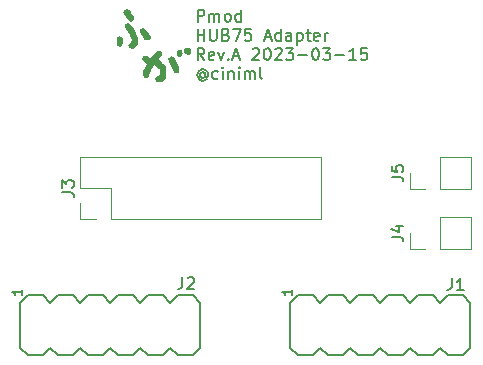
<source format=gto>
G04 #@! TF.GenerationSoftware,KiCad,Pcbnew,7.0.1*
G04 #@! TF.CreationDate,2023-03-15T08:41:10+09:00*
G04 #@! TF.ProjectId,Pmod_HUB75,506d6f64-5f48-4554-9237-352e6b696361,rev?*
G04 #@! TF.SameCoordinates,Original*
G04 #@! TF.FileFunction,Legend,Top*
G04 #@! TF.FilePolarity,Positive*
%FSLAX46Y46*%
G04 Gerber Fmt 4.6, Leading zero omitted, Abs format (unit mm)*
G04 Created by KiCad (PCBNEW 7.0.1) date 2023-03-15 08:41:10*
%MOMM*%
%LPD*%
G01*
G04 APERTURE LIST*
%ADD10C,0.150000*%
%ADD11C,0.010000*%
%ADD12C,0.120000*%
G04 APERTURE END LIST*
D10*
X-4061904Y-10032619D02*
X-4061904Y-9032619D01*
X-4061904Y-9032619D02*
X-3680952Y-9032619D01*
X-3680952Y-9032619D02*
X-3585714Y-9080238D01*
X-3585714Y-9080238D02*
X-3538095Y-9127857D01*
X-3538095Y-9127857D02*
X-3490476Y-9223095D01*
X-3490476Y-9223095D02*
X-3490476Y-9365952D01*
X-3490476Y-9365952D02*
X-3538095Y-9461190D01*
X-3538095Y-9461190D02*
X-3585714Y-9508809D01*
X-3585714Y-9508809D02*
X-3680952Y-9556428D01*
X-3680952Y-9556428D02*
X-4061904Y-9556428D01*
X-3061904Y-10032619D02*
X-3061904Y-9365952D01*
X-3061904Y-9461190D02*
X-3014285Y-9413571D01*
X-3014285Y-9413571D02*
X-2919047Y-9365952D01*
X-2919047Y-9365952D02*
X-2776190Y-9365952D01*
X-2776190Y-9365952D02*
X-2680952Y-9413571D01*
X-2680952Y-9413571D02*
X-2633333Y-9508809D01*
X-2633333Y-9508809D02*
X-2633333Y-10032619D01*
X-2633333Y-9508809D02*
X-2585714Y-9413571D01*
X-2585714Y-9413571D02*
X-2490476Y-9365952D01*
X-2490476Y-9365952D02*
X-2347619Y-9365952D01*
X-2347619Y-9365952D02*
X-2252380Y-9413571D01*
X-2252380Y-9413571D02*
X-2204761Y-9508809D01*
X-2204761Y-9508809D02*
X-2204761Y-10032619D01*
X-1585714Y-10032619D02*
X-1680952Y-9985000D01*
X-1680952Y-9985000D02*
X-1728571Y-9937380D01*
X-1728571Y-9937380D02*
X-1776190Y-9842142D01*
X-1776190Y-9842142D02*
X-1776190Y-9556428D01*
X-1776190Y-9556428D02*
X-1728571Y-9461190D01*
X-1728571Y-9461190D02*
X-1680952Y-9413571D01*
X-1680952Y-9413571D02*
X-1585714Y-9365952D01*
X-1585714Y-9365952D02*
X-1442857Y-9365952D01*
X-1442857Y-9365952D02*
X-1347619Y-9413571D01*
X-1347619Y-9413571D02*
X-1300000Y-9461190D01*
X-1300000Y-9461190D02*
X-1252381Y-9556428D01*
X-1252381Y-9556428D02*
X-1252381Y-9842142D01*
X-1252381Y-9842142D02*
X-1300000Y-9937380D01*
X-1300000Y-9937380D02*
X-1347619Y-9985000D01*
X-1347619Y-9985000D02*
X-1442857Y-10032619D01*
X-1442857Y-10032619D02*
X-1585714Y-10032619D01*
X-395238Y-10032619D02*
X-395238Y-9032619D01*
X-395238Y-9985000D02*
X-490476Y-10032619D01*
X-490476Y-10032619D02*
X-680952Y-10032619D01*
X-680952Y-10032619D02*
X-776190Y-9985000D01*
X-776190Y-9985000D02*
X-823809Y-9937380D01*
X-823809Y-9937380D02*
X-871428Y-9842142D01*
X-871428Y-9842142D02*
X-871428Y-9556428D01*
X-871428Y-9556428D02*
X-823809Y-9461190D01*
X-823809Y-9461190D02*
X-776190Y-9413571D01*
X-776190Y-9413571D02*
X-680952Y-9365952D01*
X-680952Y-9365952D02*
X-490476Y-9365952D01*
X-490476Y-9365952D02*
X-395238Y-9413571D01*
X-4061904Y-11652619D02*
X-4061904Y-10652619D01*
X-4061904Y-11128809D02*
X-3490476Y-11128809D01*
X-3490476Y-11652619D02*
X-3490476Y-10652619D01*
X-3014285Y-10652619D02*
X-3014285Y-11462142D01*
X-3014285Y-11462142D02*
X-2966666Y-11557380D01*
X-2966666Y-11557380D02*
X-2919047Y-11605000D01*
X-2919047Y-11605000D02*
X-2823809Y-11652619D01*
X-2823809Y-11652619D02*
X-2633333Y-11652619D01*
X-2633333Y-11652619D02*
X-2538095Y-11605000D01*
X-2538095Y-11605000D02*
X-2490476Y-11557380D01*
X-2490476Y-11557380D02*
X-2442857Y-11462142D01*
X-2442857Y-11462142D02*
X-2442857Y-10652619D01*
X-1633333Y-11128809D02*
X-1490476Y-11176428D01*
X-1490476Y-11176428D02*
X-1442857Y-11224047D01*
X-1442857Y-11224047D02*
X-1395238Y-11319285D01*
X-1395238Y-11319285D02*
X-1395238Y-11462142D01*
X-1395238Y-11462142D02*
X-1442857Y-11557380D01*
X-1442857Y-11557380D02*
X-1490476Y-11605000D01*
X-1490476Y-11605000D02*
X-1585714Y-11652619D01*
X-1585714Y-11652619D02*
X-1966666Y-11652619D01*
X-1966666Y-11652619D02*
X-1966666Y-10652619D01*
X-1966666Y-10652619D02*
X-1633333Y-10652619D01*
X-1633333Y-10652619D02*
X-1538095Y-10700238D01*
X-1538095Y-10700238D02*
X-1490476Y-10747857D01*
X-1490476Y-10747857D02*
X-1442857Y-10843095D01*
X-1442857Y-10843095D02*
X-1442857Y-10938333D01*
X-1442857Y-10938333D02*
X-1490476Y-11033571D01*
X-1490476Y-11033571D02*
X-1538095Y-11081190D01*
X-1538095Y-11081190D02*
X-1633333Y-11128809D01*
X-1633333Y-11128809D02*
X-1966666Y-11128809D01*
X-1061904Y-10652619D02*
X-395238Y-10652619D01*
X-395238Y-10652619D02*
X-823809Y-11652619D01*
X461904Y-10652619D02*
X-14285Y-10652619D01*
X-14285Y-10652619D02*
X-61904Y-11128809D01*
X-61904Y-11128809D02*
X-14285Y-11081190D01*
X-14285Y-11081190D02*
X80952Y-11033571D01*
X80952Y-11033571D02*
X319047Y-11033571D01*
X319047Y-11033571D02*
X414285Y-11081190D01*
X414285Y-11081190D02*
X461904Y-11128809D01*
X461904Y-11128809D02*
X509523Y-11224047D01*
X509523Y-11224047D02*
X509523Y-11462142D01*
X509523Y-11462142D02*
X461904Y-11557380D01*
X461904Y-11557380D02*
X414285Y-11605000D01*
X414285Y-11605000D02*
X319047Y-11652619D01*
X319047Y-11652619D02*
X80952Y-11652619D01*
X80952Y-11652619D02*
X-14285Y-11605000D01*
X-14285Y-11605000D02*
X-61904Y-11557380D01*
X1652381Y-11366904D02*
X2128571Y-11366904D01*
X1557143Y-11652619D02*
X1890476Y-10652619D01*
X1890476Y-10652619D02*
X2223809Y-11652619D01*
X2985714Y-11652619D02*
X2985714Y-10652619D01*
X2985714Y-11605000D02*
X2890476Y-11652619D01*
X2890476Y-11652619D02*
X2700000Y-11652619D01*
X2700000Y-11652619D02*
X2604762Y-11605000D01*
X2604762Y-11605000D02*
X2557143Y-11557380D01*
X2557143Y-11557380D02*
X2509524Y-11462142D01*
X2509524Y-11462142D02*
X2509524Y-11176428D01*
X2509524Y-11176428D02*
X2557143Y-11081190D01*
X2557143Y-11081190D02*
X2604762Y-11033571D01*
X2604762Y-11033571D02*
X2700000Y-10985952D01*
X2700000Y-10985952D02*
X2890476Y-10985952D01*
X2890476Y-10985952D02*
X2985714Y-11033571D01*
X3890476Y-11652619D02*
X3890476Y-11128809D01*
X3890476Y-11128809D02*
X3842857Y-11033571D01*
X3842857Y-11033571D02*
X3747619Y-10985952D01*
X3747619Y-10985952D02*
X3557143Y-10985952D01*
X3557143Y-10985952D02*
X3461905Y-11033571D01*
X3890476Y-11605000D02*
X3795238Y-11652619D01*
X3795238Y-11652619D02*
X3557143Y-11652619D01*
X3557143Y-11652619D02*
X3461905Y-11605000D01*
X3461905Y-11605000D02*
X3414286Y-11509761D01*
X3414286Y-11509761D02*
X3414286Y-11414523D01*
X3414286Y-11414523D02*
X3461905Y-11319285D01*
X3461905Y-11319285D02*
X3557143Y-11271666D01*
X3557143Y-11271666D02*
X3795238Y-11271666D01*
X3795238Y-11271666D02*
X3890476Y-11224047D01*
X4366667Y-10985952D02*
X4366667Y-11985952D01*
X4366667Y-11033571D02*
X4461905Y-10985952D01*
X4461905Y-10985952D02*
X4652381Y-10985952D01*
X4652381Y-10985952D02*
X4747619Y-11033571D01*
X4747619Y-11033571D02*
X4795238Y-11081190D01*
X4795238Y-11081190D02*
X4842857Y-11176428D01*
X4842857Y-11176428D02*
X4842857Y-11462142D01*
X4842857Y-11462142D02*
X4795238Y-11557380D01*
X4795238Y-11557380D02*
X4747619Y-11605000D01*
X4747619Y-11605000D02*
X4652381Y-11652619D01*
X4652381Y-11652619D02*
X4461905Y-11652619D01*
X4461905Y-11652619D02*
X4366667Y-11605000D01*
X5128572Y-10985952D02*
X5509524Y-10985952D01*
X5271429Y-10652619D02*
X5271429Y-11509761D01*
X5271429Y-11509761D02*
X5319048Y-11605000D01*
X5319048Y-11605000D02*
X5414286Y-11652619D01*
X5414286Y-11652619D02*
X5509524Y-11652619D01*
X6223810Y-11605000D02*
X6128572Y-11652619D01*
X6128572Y-11652619D02*
X5938096Y-11652619D01*
X5938096Y-11652619D02*
X5842858Y-11605000D01*
X5842858Y-11605000D02*
X5795239Y-11509761D01*
X5795239Y-11509761D02*
X5795239Y-11128809D01*
X5795239Y-11128809D02*
X5842858Y-11033571D01*
X5842858Y-11033571D02*
X5938096Y-10985952D01*
X5938096Y-10985952D02*
X6128572Y-10985952D01*
X6128572Y-10985952D02*
X6223810Y-11033571D01*
X6223810Y-11033571D02*
X6271429Y-11128809D01*
X6271429Y-11128809D02*
X6271429Y-11224047D01*
X6271429Y-11224047D02*
X5795239Y-11319285D01*
X6700001Y-11652619D02*
X6700001Y-10985952D01*
X6700001Y-11176428D02*
X6747620Y-11081190D01*
X6747620Y-11081190D02*
X6795239Y-11033571D01*
X6795239Y-11033571D02*
X6890477Y-10985952D01*
X6890477Y-10985952D02*
X6985715Y-10985952D01*
X-3490476Y-13272619D02*
X-3823809Y-12796428D01*
X-4061904Y-13272619D02*
X-4061904Y-12272619D01*
X-4061904Y-12272619D02*
X-3680952Y-12272619D01*
X-3680952Y-12272619D02*
X-3585714Y-12320238D01*
X-3585714Y-12320238D02*
X-3538095Y-12367857D01*
X-3538095Y-12367857D02*
X-3490476Y-12463095D01*
X-3490476Y-12463095D02*
X-3490476Y-12605952D01*
X-3490476Y-12605952D02*
X-3538095Y-12701190D01*
X-3538095Y-12701190D02*
X-3585714Y-12748809D01*
X-3585714Y-12748809D02*
X-3680952Y-12796428D01*
X-3680952Y-12796428D02*
X-4061904Y-12796428D01*
X-2680952Y-13225000D02*
X-2776190Y-13272619D01*
X-2776190Y-13272619D02*
X-2966666Y-13272619D01*
X-2966666Y-13272619D02*
X-3061904Y-13225000D01*
X-3061904Y-13225000D02*
X-3109523Y-13129761D01*
X-3109523Y-13129761D02*
X-3109523Y-12748809D01*
X-3109523Y-12748809D02*
X-3061904Y-12653571D01*
X-3061904Y-12653571D02*
X-2966666Y-12605952D01*
X-2966666Y-12605952D02*
X-2776190Y-12605952D01*
X-2776190Y-12605952D02*
X-2680952Y-12653571D01*
X-2680952Y-12653571D02*
X-2633333Y-12748809D01*
X-2633333Y-12748809D02*
X-2633333Y-12844047D01*
X-2633333Y-12844047D02*
X-3109523Y-12939285D01*
X-2299999Y-12605952D02*
X-2061904Y-13272619D01*
X-2061904Y-13272619D02*
X-1823809Y-12605952D01*
X-1442856Y-13177380D02*
X-1395237Y-13225000D01*
X-1395237Y-13225000D02*
X-1442856Y-13272619D01*
X-1442856Y-13272619D02*
X-1490475Y-13225000D01*
X-1490475Y-13225000D02*
X-1442856Y-13177380D01*
X-1442856Y-13177380D02*
X-1442856Y-13272619D01*
X-1014285Y-12986904D02*
X-538095Y-12986904D01*
X-1109523Y-13272619D02*
X-776190Y-12272619D01*
X-776190Y-12272619D02*
X-442857Y-13272619D01*
X604762Y-12367857D02*
X652381Y-12320238D01*
X652381Y-12320238D02*
X747619Y-12272619D01*
X747619Y-12272619D02*
X985714Y-12272619D01*
X985714Y-12272619D02*
X1080952Y-12320238D01*
X1080952Y-12320238D02*
X1128571Y-12367857D01*
X1128571Y-12367857D02*
X1176190Y-12463095D01*
X1176190Y-12463095D02*
X1176190Y-12558333D01*
X1176190Y-12558333D02*
X1128571Y-12701190D01*
X1128571Y-12701190D02*
X557143Y-13272619D01*
X557143Y-13272619D02*
X1176190Y-13272619D01*
X1795238Y-12272619D02*
X1890476Y-12272619D01*
X1890476Y-12272619D02*
X1985714Y-12320238D01*
X1985714Y-12320238D02*
X2033333Y-12367857D01*
X2033333Y-12367857D02*
X2080952Y-12463095D01*
X2080952Y-12463095D02*
X2128571Y-12653571D01*
X2128571Y-12653571D02*
X2128571Y-12891666D01*
X2128571Y-12891666D02*
X2080952Y-13082142D01*
X2080952Y-13082142D02*
X2033333Y-13177380D01*
X2033333Y-13177380D02*
X1985714Y-13225000D01*
X1985714Y-13225000D02*
X1890476Y-13272619D01*
X1890476Y-13272619D02*
X1795238Y-13272619D01*
X1795238Y-13272619D02*
X1700000Y-13225000D01*
X1700000Y-13225000D02*
X1652381Y-13177380D01*
X1652381Y-13177380D02*
X1604762Y-13082142D01*
X1604762Y-13082142D02*
X1557143Y-12891666D01*
X1557143Y-12891666D02*
X1557143Y-12653571D01*
X1557143Y-12653571D02*
X1604762Y-12463095D01*
X1604762Y-12463095D02*
X1652381Y-12367857D01*
X1652381Y-12367857D02*
X1700000Y-12320238D01*
X1700000Y-12320238D02*
X1795238Y-12272619D01*
X2509524Y-12367857D02*
X2557143Y-12320238D01*
X2557143Y-12320238D02*
X2652381Y-12272619D01*
X2652381Y-12272619D02*
X2890476Y-12272619D01*
X2890476Y-12272619D02*
X2985714Y-12320238D01*
X2985714Y-12320238D02*
X3033333Y-12367857D01*
X3033333Y-12367857D02*
X3080952Y-12463095D01*
X3080952Y-12463095D02*
X3080952Y-12558333D01*
X3080952Y-12558333D02*
X3033333Y-12701190D01*
X3033333Y-12701190D02*
X2461905Y-13272619D01*
X2461905Y-13272619D02*
X3080952Y-13272619D01*
X3414286Y-12272619D02*
X4033333Y-12272619D01*
X4033333Y-12272619D02*
X3700000Y-12653571D01*
X3700000Y-12653571D02*
X3842857Y-12653571D01*
X3842857Y-12653571D02*
X3938095Y-12701190D01*
X3938095Y-12701190D02*
X3985714Y-12748809D01*
X3985714Y-12748809D02*
X4033333Y-12844047D01*
X4033333Y-12844047D02*
X4033333Y-13082142D01*
X4033333Y-13082142D02*
X3985714Y-13177380D01*
X3985714Y-13177380D02*
X3938095Y-13225000D01*
X3938095Y-13225000D02*
X3842857Y-13272619D01*
X3842857Y-13272619D02*
X3557143Y-13272619D01*
X3557143Y-13272619D02*
X3461905Y-13225000D01*
X3461905Y-13225000D02*
X3414286Y-13177380D01*
X4461905Y-12891666D02*
X5223810Y-12891666D01*
X5890476Y-12272619D02*
X5985714Y-12272619D01*
X5985714Y-12272619D02*
X6080952Y-12320238D01*
X6080952Y-12320238D02*
X6128571Y-12367857D01*
X6128571Y-12367857D02*
X6176190Y-12463095D01*
X6176190Y-12463095D02*
X6223809Y-12653571D01*
X6223809Y-12653571D02*
X6223809Y-12891666D01*
X6223809Y-12891666D02*
X6176190Y-13082142D01*
X6176190Y-13082142D02*
X6128571Y-13177380D01*
X6128571Y-13177380D02*
X6080952Y-13225000D01*
X6080952Y-13225000D02*
X5985714Y-13272619D01*
X5985714Y-13272619D02*
X5890476Y-13272619D01*
X5890476Y-13272619D02*
X5795238Y-13225000D01*
X5795238Y-13225000D02*
X5747619Y-13177380D01*
X5747619Y-13177380D02*
X5700000Y-13082142D01*
X5700000Y-13082142D02*
X5652381Y-12891666D01*
X5652381Y-12891666D02*
X5652381Y-12653571D01*
X5652381Y-12653571D02*
X5700000Y-12463095D01*
X5700000Y-12463095D02*
X5747619Y-12367857D01*
X5747619Y-12367857D02*
X5795238Y-12320238D01*
X5795238Y-12320238D02*
X5890476Y-12272619D01*
X6557143Y-12272619D02*
X7176190Y-12272619D01*
X7176190Y-12272619D02*
X6842857Y-12653571D01*
X6842857Y-12653571D02*
X6985714Y-12653571D01*
X6985714Y-12653571D02*
X7080952Y-12701190D01*
X7080952Y-12701190D02*
X7128571Y-12748809D01*
X7128571Y-12748809D02*
X7176190Y-12844047D01*
X7176190Y-12844047D02*
X7176190Y-13082142D01*
X7176190Y-13082142D02*
X7128571Y-13177380D01*
X7128571Y-13177380D02*
X7080952Y-13225000D01*
X7080952Y-13225000D02*
X6985714Y-13272619D01*
X6985714Y-13272619D02*
X6700000Y-13272619D01*
X6700000Y-13272619D02*
X6604762Y-13225000D01*
X6604762Y-13225000D02*
X6557143Y-13177380D01*
X7604762Y-12891666D02*
X8366667Y-12891666D01*
X9366666Y-13272619D02*
X8795238Y-13272619D01*
X9080952Y-13272619D02*
X9080952Y-12272619D01*
X9080952Y-12272619D02*
X8985714Y-12415476D01*
X8985714Y-12415476D02*
X8890476Y-12510714D01*
X8890476Y-12510714D02*
X8795238Y-12558333D01*
X10271428Y-12272619D02*
X9795238Y-12272619D01*
X9795238Y-12272619D02*
X9747619Y-12748809D01*
X9747619Y-12748809D02*
X9795238Y-12701190D01*
X9795238Y-12701190D02*
X9890476Y-12653571D01*
X9890476Y-12653571D02*
X10128571Y-12653571D01*
X10128571Y-12653571D02*
X10223809Y-12701190D01*
X10223809Y-12701190D02*
X10271428Y-12748809D01*
X10271428Y-12748809D02*
X10319047Y-12844047D01*
X10319047Y-12844047D02*
X10319047Y-13082142D01*
X10319047Y-13082142D02*
X10271428Y-13177380D01*
X10271428Y-13177380D02*
X10223809Y-13225000D01*
X10223809Y-13225000D02*
X10128571Y-13272619D01*
X10128571Y-13272619D02*
X9890476Y-13272619D01*
X9890476Y-13272619D02*
X9795238Y-13225000D01*
X9795238Y-13225000D02*
X9747619Y-13177380D01*
X-3442857Y-14416428D02*
X-3490476Y-14368809D01*
X-3490476Y-14368809D02*
X-3585714Y-14321190D01*
X-3585714Y-14321190D02*
X-3680952Y-14321190D01*
X-3680952Y-14321190D02*
X-3776190Y-14368809D01*
X-3776190Y-14368809D02*
X-3823809Y-14416428D01*
X-3823809Y-14416428D02*
X-3871428Y-14511666D01*
X-3871428Y-14511666D02*
X-3871428Y-14606904D01*
X-3871428Y-14606904D02*
X-3823809Y-14702142D01*
X-3823809Y-14702142D02*
X-3776190Y-14749761D01*
X-3776190Y-14749761D02*
X-3680952Y-14797380D01*
X-3680952Y-14797380D02*
X-3585714Y-14797380D01*
X-3585714Y-14797380D02*
X-3490476Y-14749761D01*
X-3490476Y-14749761D02*
X-3442857Y-14702142D01*
X-3442857Y-14321190D02*
X-3442857Y-14702142D01*
X-3442857Y-14702142D02*
X-3395238Y-14749761D01*
X-3395238Y-14749761D02*
X-3347619Y-14749761D01*
X-3347619Y-14749761D02*
X-3252380Y-14702142D01*
X-3252380Y-14702142D02*
X-3204761Y-14606904D01*
X-3204761Y-14606904D02*
X-3204761Y-14368809D01*
X-3204761Y-14368809D02*
X-3300000Y-14225952D01*
X-3300000Y-14225952D02*
X-3442857Y-14130714D01*
X-3442857Y-14130714D02*
X-3633333Y-14083095D01*
X-3633333Y-14083095D02*
X-3823809Y-14130714D01*
X-3823809Y-14130714D02*
X-3966666Y-14225952D01*
X-3966666Y-14225952D02*
X-4061904Y-14368809D01*
X-4061904Y-14368809D02*
X-4109523Y-14559285D01*
X-4109523Y-14559285D02*
X-4061904Y-14749761D01*
X-4061904Y-14749761D02*
X-3966666Y-14892619D01*
X-3966666Y-14892619D02*
X-3823809Y-14987857D01*
X-3823809Y-14987857D02*
X-3633333Y-15035476D01*
X-3633333Y-15035476D02*
X-3442857Y-14987857D01*
X-3442857Y-14987857D02*
X-3300000Y-14892619D01*
X-2347619Y-14845000D02*
X-2442857Y-14892619D01*
X-2442857Y-14892619D02*
X-2633333Y-14892619D01*
X-2633333Y-14892619D02*
X-2728571Y-14845000D01*
X-2728571Y-14845000D02*
X-2776190Y-14797380D01*
X-2776190Y-14797380D02*
X-2823809Y-14702142D01*
X-2823809Y-14702142D02*
X-2823809Y-14416428D01*
X-2823809Y-14416428D02*
X-2776190Y-14321190D01*
X-2776190Y-14321190D02*
X-2728571Y-14273571D01*
X-2728571Y-14273571D02*
X-2633333Y-14225952D01*
X-2633333Y-14225952D02*
X-2442857Y-14225952D01*
X-2442857Y-14225952D02*
X-2347619Y-14273571D01*
X-1919047Y-14892619D02*
X-1919047Y-14225952D01*
X-1919047Y-13892619D02*
X-1966666Y-13940238D01*
X-1966666Y-13940238D02*
X-1919047Y-13987857D01*
X-1919047Y-13987857D02*
X-1871428Y-13940238D01*
X-1871428Y-13940238D02*
X-1919047Y-13892619D01*
X-1919047Y-13892619D02*
X-1919047Y-13987857D01*
X-1442857Y-14225952D02*
X-1442857Y-14892619D01*
X-1442857Y-14321190D02*
X-1395238Y-14273571D01*
X-1395238Y-14273571D02*
X-1300000Y-14225952D01*
X-1300000Y-14225952D02*
X-1157143Y-14225952D01*
X-1157143Y-14225952D02*
X-1061905Y-14273571D01*
X-1061905Y-14273571D02*
X-1014286Y-14368809D01*
X-1014286Y-14368809D02*
X-1014286Y-14892619D01*
X-538095Y-14892619D02*
X-538095Y-14225952D01*
X-538095Y-13892619D02*
X-585714Y-13940238D01*
X-585714Y-13940238D02*
X-538095Y-13987857D01*
X-538095Y-13987857D02*
X-490476Y-13940238D01*
X-490476Y-13940238D02*
X-538095Y-13892619D01*
X-538095Y-13892619D02*
X-538095Y-13987857D01*
X-61905Y-14892619D02*
X-61905Y-14225952D01*
X-61905Y-14321190D02*
X-14286Y-14273571D01*
X-14286Y-14273571D02*
X80951Y-14225952D01*
X80951Y-14225952D02*
X223808Y-14225952D01*
X223808Y-14225952D02*
X319046Y-14273571D01*
X319046Y-14273571D02*
X366665Y-14368809D01*
X366665Y-14368809D02*
X366665Y-14892619D01*
X366665Y-14368809D02*
X414284Y-14273571D01*
X414284Y-14273571D02*
X509522Y-14225952D01*
X509522Y-14225952D02*
X652379Y-14225952D01*
X652379Y-14225952D02*
X747618Y-14273571D01*
X747618Y-14273571D02*
X795237Y-14368809D01*
X795237Y-14368809D02*
X795237Y-14892619D01*
X1414284Y-14892619D02*
X1319046Y-14845000D01*
X1319046Y-14845000D02*
X1271427Y-14749761D01*
X1271427Y-14749761D02*
X1271427Y-13892619D01*
G04 #@! TO.C,J1*
X17466666Y-31762619D02*
X17466666Y-32476904D01*
X17466666Y-32476904D02*
X17419047Y-32619761D01*
X17419047Y-32619761D02*
X17323809Y-32715000D01*
X17323809Y-32715000D02*
X17180952Y-32762619D01*
X17180952Y-32762619D02*
X17085714Y-32762619D01*
X18466666Y-32762619D02*
X17895238Y-32762619D01*
X18180952Y-32762619D02*
X18180952Y-31762619D01*
X18180952Y-31762619D02*
X18085714Y-31905476D01*
X18085714Y-31905476D02*
X17990476Y-32000714D01*
X17990476Y-32000714D02*
X17895238Y-32048333D01*
X3926095Y-32737428D02*
X3926095Y-33194571D01*
X3926095Y-32965999D02*
X3126095Y-32965999D01*
X3126095Y-32965999D02*
X3240380Y-33042190D01*
X3240380Y-33042190D02*
X3316571Y-33118380D01*
X3316571Y-33118380D02*
X3354666Y-33194571D01*
G04 #@! TO.C,J5*
X12372619Y-23193333D02*
X13086904Y-23193333D01*
X13086904Y-23193333D02*
X13229761Y-23240952D01*
X13229761Y-23240952D02*
X13325000Y-23336190D01*
X13325000Y-23336190D02*
X13372619Y-23479047D01*
X13372619Y-23479047D02*
X13372619Y-23574285D01*
X12372619Y-22240952D02*
X12372619Y-22717142D01*
X12372619Y-22717142D02*
X12848809Y-22764761D01*
X12848809Y-22764761D02*
X12801190Y-22717142D01*
X12801190Y-22717142D02*
X12753571Y-22621904D01*
X12753571Y-22621904D02*
X12753571Y-22383809D01*
X12753571Y-22383809D02*
X12801190Y-22288571D01*
X12801190Y-22288571D02*
X12848809Y-22240952D01*
X12848809Y-22240952D02*
X12944047Y-22193333D01*
X12944047Y-22193333D02*
X13182142Y-22193333D01*
X13182142Y-22193333D02*
X13277380Y-22240952D01*
X13277380Y-22240952D02*
X13325000Y-22288571D01*
X13325000Y-22288571D02*
X13372619Y-22383809D01*
X13372619Y-22383809D02*
X13372619Y-22621904D01*
X13372619Y-22621904D02*
X13325000Y-22717142D01*
X13325000Y-22717142D02*
X13277380Y-22764761D01*
G04 #@! TO.C,J3*
X-15552380Y-24468333D02*
X-14838095Y-24468333D01*
X-14838095Y-24468333D02*
X-14695238Y-24515952D01*
X-14695238Y-24515952D02*
X-14600000Y-24611190D01*
X-14600000Y-24611190D02*
X-14552380Y-24754047D01*
X-14552380Y-24754047D02*
X-14552380Y-24849285D01*
X-15552380Y-24087380D02*
X-15552380Y-23468333D01*
X-15552380Y-23468333D02*
X-15171428Y-23801666D01*
X-15171428Y-23801666D02*
X-15171428Y-23658809D01*
X-15171428Y-23658809D02*
X-15123809Y-23563571D01*
X-15123809Y-23563571D02*
X-15076190Y-23515952D01*
X-15076190Y-23515952D02*
X-14980952Y-23468333D01*
X-14980952Y-23468333D02*
X-14742857Y-23468333D01*
X-14742857Y-23468333D02*
X-14647619Y-23515952D01*
X-14647619Y-23515952D02*
X-14600000Y-23563571D01*
X-14600000Y-23563571D02*
X-14552380Y-23658809D01*
X-14552380Y-23658809D02*
X-14552380Y-23944523D01*
X-14552380Y-23944523D02*
X-14600000Y-24039761D01*
X-14600000Y-24039761D02*
X-14647619Y-24087380D01*
G04 #@! TO.C,J2*
X-5333333Y-31662619D02*
X-5333333Y-32376904D01*
X-5333333Y-32376904D02*
X-5380952Y-32519761D01*
X-5380952Y-32519761D02*
X-5476190Y-32615000D01*
X-5476190Y-32615000D02*
X-5619047Y-32662619D01*
X-5619047Y-32662619D02*
X-5714285Y-32662619D01*
X-4904761Y-31757857D02*
X-4857142Y-31710238D01*
X-4857142Y-31710238D02*
X-4761904Y-31662619D01*
X-4761904Y-31662619D02*
X-4523809Y-31662619D01*
X-4523809Y-31662619D02*
X-4428571Y-31710238D01*
X-4428571Y-31710238D02*
X-4380952Y-31757857D01*
X-4380952Y-31757857D02*
X-4333333Y-31853095D01*
X-4333333Y-31853095D02*
X-4333333Y-31948333D01*
X-4333333Y-31948333D02*
X-4380952Y-32091190D01*
X-4380952Y-32091190D02*
X-4952380Y-32662619D01*
X-4952380Y-32662619D02*
X-4333333Y-32662619D01*
X-18933904Y-32737428D02*
X-18933904Y-33194571D01*
X-18933904Y-32965999D02*
X-19733904Y-32965999D01*
X-19733904Y-32965999D02*
X-19619619Y-33042190D01*
X-19619619Y-33042190D02*
X-19543428Y-33118380D01*
X-19543428Y-33118380D02*
X-19505333Y-33194571D01*
G04 #@! TO.C,J4*
X12372619Y-28273333D02*
X13086904Y-28273333D01*
X13086904Y-28273333D02*
X13229761Y-28320952D01*
X13229761Y-28320952D02*
X13325000Y-28416190D01*
X13325000Y-28416190D02*
X13372619Y-28559047D01*
X13372619Y-28559047D02*
X13372619Y-28654285D01*
X12705952Y-27368571D02*
X13372619Y-27368571D01*
X12325000Y-27606666D02*
X13039285Y-27844761D01*
X13039285Y-27844761D02*
X13039285Y-27225714D01*
G04 #@! TO.C,LOGO1*
D11*
X-7352792Y-12520011D02*
X-7256059Y-12557204D01*
X-7170990Y-12618331D01*
X-7137409Y-12658298D01*
X-7111205Y-12721283D01*
X-7119193Y-12787618D01*
X-7165163Y-12865844D01*
X-7252905Y-12964499D01*
X-7289449Y-13000828D01*
X-7360457Y-13073708D01*
X-7411808Y-13133387D01*
X-7433025Y-13167624D01*
X-7433111Y-13168675D01*
X-7414223Y-13197315D01*
X-7362084Y-13258262D01*
X-7283479Y-13344035D01*
X-7185192Y-13447153D01*
X-7120778Y-13513038D01*
X-6808446Y-13829605D01*
X-6817389Y-14310677D01*
X-6826333Y-14791748D01*
X-6952154Y-14919874D01*
X-7077974Y-15048000D01*
X-7309939Y-15048000D01*
X-7425933Y-15046697D01*
X-7500021Y-15040309D01*
X-7546722Y-15025118D01*
X-7580556Y-14997407D01*
X-7600396Y-14973639D01*
X-7641154Y-14908353D01*
X-7658865Y-14853292D01*
X-7658889Y-14851919D01*
X-7635417Y-14792835D01*
X-7575865Y-14726849D01*
X-7496525Y-14668103D01*
X-7413690Y-14630740D01*
X-7400396Y-14627525D01*
X-7322990Y-14597565D01*
X-7272920Y-14540010D01*
X-7246664Y-14446742D01*
X-7240699Y-14309646D01*
X-7242162Y-14262875D01*
X-7250961Y-14056305D01*
X-7465477Y-13846597D01*
X-7557984Y-13760060D01*
X-7639509Y-13690892D01*
X-7699687Y-13647488D01*
X-7724455Y-13636889D01*
X-7776710Y-13659181D01*
X-7840673Y-13715257D01*
X-7901829Y-13788921D01*
X-7945662Y-13863972D01*
X-7956246Y-13895550D01*
X-7982544Y-13964516D01*
X-8012037Y-14004085D01*
X-8046126Y-14051380D01*
X-8079514Y-14125844D01*
X-8084346Y-14140091D01*
X-8117948Y-14222499D01*
X-8156407Y-14287747D01*
X-8161131Y-14293510D01*
X-8189282Y-14348791D01*
X-8214590Y-14436932D01*
X-8226026Y-14500643D01*
X-8256510Y-14634255D01*
X-8307342Y-14718978D01*
X-8382645Y-14759983D01*
X-8437326Y-14765778D01*
X-8522908Y-14751953D01*
X-8583489Y-14706418D01*
X-8622188Y-14623080D01*
X-8642126Y-14495848D01*
X-8646666Y-14357124D01*
X-8644991Y-14229537D01*
X-8638456Y-14145551D01*
X-8624795Y-14092385D01*
X-8601745Y-14057255D01*
X-8591822Y-14047559D01*
X-8546242Y-13983759D01*
X-8518429Y-13909129D01*
X-8488433Y-13839394D01*
X-8431086Y-13754787D01*
X-8384068Y-13700506D01*
X-8317268Y-13625368D01*
X-8296073Y-13576029D01*
X-8323457Y-13541562D01*
X-8402397Y-13511037D01*
X-8438532Y-13500458D01*
X-8522070Y-13461320D01*
X-8612070Y-13395652D01*
X-8695162Y-13316465D01*
X-8757972Y-13236770D01*
X-8787129Y-13169575D01*
X-8787778Y-13160665D01*
X-8765085Y-13104551D01*
X-8708373Y-13039138D01*
X-8634689Y-12979169D01*
X-8561081Y-12939391D01*
X-8522623Y-12931334D01*
X-8459841Y-12946898D01*
X-8379113Y-12986073D01*
X-8347216Y-13006170D01*
X-8244067Y-13058734D01*
X-8137517Y-13084320D01*
X-8042631Y-13081988D01*
X-7974474Y-13050796D01*
X-7958311Y-13030464D01*
X-7915785Y-12970951D01*
X-7845734Y-12889896D01*
X-7758543Y-12797547D01*
X-7664597Y-12704156D01*
X-7574281Y-12619971D01*
X-7497981Y-12555244D01*
X-7446082Y-12520224D01*
X-7438461Y-12517390D01*
X-7352792Y-12520011D01*
G36*
X-7352792Y-12520011D02*
G01*
X-7256059Y-12557204D01*
X-7170990Y-12618331D01*
X-7137409Y-12658298D01*
X-7111205Y-12721283D01*
X-7119193Y-12787618D01*
X-7165163Y-12865844D01*
X-7252905Y-12964499D01*
X-7289449Y-13000828D01*
X-7360457Y-13073708D01*
X-7411808Y-13133387D01*
X-7433025Y-13167624D01*
X-7433111Y-13168675D01*
X-7414223Y-13197315D01*
X-7362084Y-13258262D01*
X-7283479Y-13344035D01*
X-7185192Y-13447153D01*
X-7120778Y-13513038D01*
X-6808446Y-13829605D01*
X-6817389Y-14310677D01*
X-6826333Y-14791748D01*
X-6952154Y-14919874D01*
X-7077974Y-15048000D01*
X-7309939Y-15048000D01*
X-7425933Y-15046697D01*
X-7500021Y-15040309D01*
X-7546722Y-15025118D01*
X-7580556Y-14997407D01*
X-7600396Y-14973639D01*
X-7641154Y-14908353D01*
X-7658865Y-14853292D01*
X-7658889Y-14851919D01*
X-7635417Y-14792835D01*
X-7575865Y-14726849D01*
X-7496525Y-14668103D01*
X-7413690Y-14630740D01*
X-7400396Y-14627525D01*
X-7322990Y-14597565D01*
X-7272920Y-14540010D01*
X-7246664Y-14446742D01*
X-7240699Y-14309646D01*
X-7242162Y-14262875D01*
X-7250961Y-14056305D01*
X-7465477Y-13846597D01*
X-7557984Y-13760060D01*
X-7639509Y-13690892D01*
X-7699687Y-13647488D01*
X-7724455Y-13636889D01*
X-7776710Y-13659181D01*
X-7840673Y-13715257D01*
X-7901829Y-13788921D01*
X-7945662Y-13863972D01*
X-7956246Y-13895550D01*
X-7982544Y-13964516D01*
X-8012037Y-14004085D01*
X-8046126Y-14051380D01*
X-8079514Y-14125844D01*
X-8084346Y-14140091D01*
X-8117948Y-14222499D01*
X-8156407Y-14287747D01*
X-8161131Y-14293510D01*
X-8189282Y-14348791D01*
X-8214590Y-14436932D01*
X-8226026Y-14500643D01*
X-8256510Y-14634255D01*
X-8307342Y-14718978D01*
X-8382645Y-14759983D01*
X-8437326Y-14765778D01*
X-8522908Y-14751953D01*
X-8583489Y-14706418D01*
X-8622188Y-14623080D01*
X-8642126Y-14495848D01*
X-8646666Y-14357124D01*
X-8644991Y-14229537D01*
X-8638456Y-14145551D01*
X-8624795Y-14092385D01*
X-8601745Y-14057255D01*
X-8591822Y-14047559D01*
X-8546242Y-13983759D01*
X-8518429Y-13909129D01*
X-8488433Y-13839394D01*
X-8431086Y-13754787D01*
X-8384068Y-13700506D01*
X-8317268Y-13625368D01*
X-8296073Y-13576029D01*
X-8323457Y-13541562D01*
X-8402397Y-13511037D01*
X-8438532Y-13500458D01*
X-8522070Y-13461320D01*
X-8612070Y-13395652D01*
X-8695162Y-13316465D01*
X-8757972Y-13236770D01*
X-8787129Y-13169575D01*
X-8787778Y-13160665D01*
X-8765085Y-13104551D01*
X-8708373Y-13039138D01*
X-8634689Y-12979169D01*
X-8561081Y-12939391D01*
X-8522623Y-12931334D01*
X-8459841Y-12946898D01*
X-8379113Y-12986073D01*
X-8347216Y-13006170D01*
X-8244067Y-13058734D01*
X-8137517Y-13084320D01*
X-8042631Y-13081988D01*
X-7974474Y-13050796D01*
X-7958311Y-13030464D01*
X-7915785Y-12970951D01*
X-7845734Y-12889896D01*
X-7758543Y-12797547D01*
X-7664597Y-12704156D01*
X-7574281Y-12619971D01*
X-7497981Y-12555244D01*
X-7446082Y-12520224D01*
X-7438461Y-12517390D01*
X-7352792Y-12520011D01*
G37*
X-9935785Y-10157770D02*
X-9865105Y-10211955D01*
X-9780403Y-10289204D01*
X-9692071Y-10378832D01*
X-9610502Y-10470155D01*
X-9546090Y-10552488D01*
X-9509226Y-10615146D01*
X-9505309Y-10627464D01*
X-9472903Y-10711652D01*
X-9421172Y-10793193D01*
X-9419124Y-10795666D01*
X-9362092Y-10904372D01*
X-9352222Y-10984912D01*
X-9325290Y-11116210D01*
X-9279499Y-11201469D01*
X-9248410Y-11250353D01*
X-9228137Y-11296249D01*
X-9216815Y-11352008D01*
X-9212582Y-11430477D01*
X-9213571Y-11544506D01*
X-9215999Y-11639045D01*
X-9225222Y-11969533D01*
X-9348381Y-12094943D01*
X-9460250Y-12188192D01*
X-9570363Y-12231715D01*
X-9692816Y-12229959D01*
X-9742283Y-12219190D01*
X-9826662Y-12176854D01*
X-9890482Y-12108322D01*
X-9916642Y-12032149D01*
X-9916666Y-12029968D01*
X-9897956Y-11989270D01*
X-9849104Y-11924459D01*
X-9786526Y-11855701D01*
X-9709720Y-11770587D01*
X-9666447Y-11699244D01*
X-9645389Y-11621176D01*
X-9641721Y-11593468D01*
X-9638596Y-11496596D01*
X-9661207Y-11420032D01*
X-9698650Y-11357736D01*
X-9748414Y-11270010D01*
X-9783666Y-11182410D01*
X-9788825Y-11162339D01*
X-9813514Y-11089226D01*
X-9846481Y-11040137D01*
X-9880629Y-10992866D01*
X-9914187Y-10918436D01*
X-9919079Y-10904132D01*
X-9956969Y-10826760D01*
X-10020187Y-10734080D01*
X-10075745Y-10667709D01*
X-10145428Y-10587116D01*
X-10182708Y-10524116D01*
X-10197173Y-10458579D01*
X-10198889Y-10409162D01*
X-10191719Y-10320295D01*
X-10162204Y-10259421D01*
X-10112057Y-10210398D01*
X-10046154Y-10163480D01*
X-9991379Y-10138559D01*
X-9982049Y-10137334D01*
X-9935785Y-10157770D01*
G36*
X-9935785Y-10157770D02*
G01*
X-9865105Y-10211955D01*
X-9780403Y-10289204D01*
X-9692071Y-10378832D01*
X-9610502Y-10470155D01*
X-9546090Y-10552488D01*
X-9509226Y-10615146D01*
X-9505309Y-10627464D01*
X-9472903Y-10711652D01*
X-9421172Y-10793193D01*
X-9419124Y-10795666D01*
X-9362092Y-10904372D01*
X-9352222Y-10984912D01*
X-9325290Y-11116210D01*
X-9279499Y-11201469D01*
X-9248410Y-11250353D01*
X-9228137Y-11296249D01*
X-9216815Y-11352008D01*
X-9212582Y-11430477D01*
X-9213571Y-11544506D01*
X-9215999Y-11639045D01*
X-9225222Y-11969533D01*
X-9348381Y-12094943D01*
X-9460250Y-12188192D01*
X-9570363Y-12231715D01*
X-9692816Y-12229959D01*
X-9742283Y-12219190D01*
X-9826662Y-12176854D01*
X-9890482Y-12108322D01*
X-9916642Y-12032149D01*
X-9916666Y-12029968D01*
X-9897956Y-11989270D01*
X-9849104Y-11924459D01*
X-9786526Y-11855701D01*
X-9709720Y-11770587D01*
X-9666447Y-11699244D01*
X-9645389Y-11621176D01*
X-9641721Y-11593468D01*
X-9638596Y-11496596D01*
X-9661207Y-11420032D01*
X-9698650Y-11357736D01*
X-9748414Y-11270010D01*
X-9783666Y-11182410D01*
X-9788825Y-11162339D01*
X-9813514Y-11089226D01*
X-9846481Y-11040137D01*
X-9880629Y-10992866D01*
X-9914187Y-10918436D01*
X-9919079Y-10904132D01*
X-9956969Y-10826760D01*
X-10020187Y-10734080D01*
X-10075745Y-10667709D01*
X-10145428Y-10587116D01*
X-10182708Y-10524116D01*
X-10197173Y-10458579D01*
X-10198889Y-10409162D01*
X-10191719Y-10320295D01*
X-10162204Y-10259421D01*
X-10112057Y-10210398D01*
X-10046154Y-10163480D01*
X-9991379Y-10138559D01*
X-9982049Y-10137334D01*
X-9935785Y-10157770D01*
G37*
X-6224010Y-13006093D02*
X-6152709Y-13069696D01*
X-6078941Y-13148928D01*
X-6015251Y-13229604D01*
X-5974180Y-13297543D01*
X-5965555Y-13328217D01*
X-5947947Y-13389112D01*
X-5904611Y-13460716D01*
X-5895000Y-13472703D01*
X-5848930Y-13538614D01*
X-5825277Y-13594267D01*
X-5824444Y-13602260D01*
X-5809128Y-13652141D01*
X-5770562Y-13724005D01*
X-5750555Y-13754589D01*
X-5709561Y-13821334D01*
X-5689173Y-13883755D01*
X-5684598Y-13964115D01*
X-5688290Y-14043786D01*
X-5707988Y-14185088D01*
X-5748419Y-14278163D01*
X-5813553Y-14328680D01*
X-5897326Y-14342445D01*
X-5989421Y-14321336D01*
X-6046222Y-14270564D01*
X-6093583Y-14191350D01*
X-6120640Y-14117292D01*
X-6146544Y-14046749D01*
X-6177593Y-14003470D01*
X-6211682Y-13956176D01*
X-6245070Y-13881712D01*
X-6249902Y-13867465D01*
X-6281885Y-13787131D01*
X-6316867Y-13725546D01*
X-6321549Y-13719723D01*
X-6356885Y-13663020D01*
X-6390868Y-13584875D01*
X-6393053Y-13578612D01*
X-6431363Y-13490983D01*
X-6477487Y-13415123D01*
X-6478072Y-13414361D01*
X-6517665Y-13326260D01*
X-6530000Y-13225297D01*
X-6523226Y-13140537D01*
X-6493663Y-13083182D01*
X-6432562Y-13029220D01*
X-6343993Y-12977615D01*
X-6280303Y-12972301D01*
X-6224010Y-13006093D01*
G36*
X-6224010Y-13006093D02*
G01*
X-6152709Y-13069696D01*
X-6078941Y-13148928D01*
X-6015251Y-13229604D01*
X-5974180Y-13297543D01*
X-5965555Y-13328217D01*
X-5947947Y-13389112D01*
X-5904611Y-13460716D01*
X-5895000Y-13472703D01*
X-5848930Y-13538614D01*
X-5825277Y-13594267D01*
X-5824444Y-13602260D01*
X-5809128Y-13652141D01*
X-5770562Y-13724005D01*
X-5750555Y-13754589D01*
X-5709561Y-13821334D01*
X-5689173Y-13883755D01*
X-5684598Y-13964115D01*
X-5688290Y-14043786D01*
X-5707988Y-14185088D01*
X-5748419Y-14278163D01*
X-5813553Y-14328680D01*
X-5897326Y-14342445D01*
X-5989421Y-14321336D01*
X-6046222Y-14270564D01*
X-6093583Y-14191350D01*
X-6120640Y-14117292D01*
X-6146544Y-14046749D01*
X-6177593Y-14003470D01*
X-6211682Y-13956176D01*
X-6245070Y-13881712D01*
X-6249902Y-13867465D01*
X-6281885Y-13787131D01*
X-6316867Y-13725546D01*
X-6321549Y-13719723D01*
X-6356885Y-13663020D01*
X-6390868Y-13584875D01*
X-6393053Y-13578612D01*
X-6431363Y-13490983D01*
X-6477487Y-13415123D01*
X-6478072Y-13414361D01*
X-6517665Y-13326260D01*
X-6530000Y-13225297D01*
X-6523226Y-13140537D01*
X-6493663Y-13083182D01*
X-6432562Y-13029220D01*
X-6343993Y-12977615D01*
X-6280303Y-12972301D01*
X-6224010Y-13006093D01*
G37*
X-8665785Y-10581103D02*
X-8595105Y-10635288D01*
X-8510403Y-10712537D01*
X-8422071Y-10802165D01*
X-8340502Y-10893488D01*
X-8276090Y-10975821D01*
X-8239226Y-11038479D01*
X-8235309Y-11050798D01*
X-8202903Y-11134986D01*
X-8151172Y-11216526D01*
X-8149124Y-11218999D01*
X-8096770Y-11293642D01*
X-8087938Y-11354023D01*
X-8121861Y-11420869D01*
X-8140715Y-11445861D01*
X-8185496Y-11491354D01*
X-8240053Y-11513542D01*
X-8325606Y-11520107D01*
X-8346102Y-11520222D01*
X-8450975Y-11511504D01*
X-8533647Y-11488716D01*
X-8553560Y-11477802D01*
X-8602299Y-11423042D01*
X-8643485Y-11343513D01*
X-8648363Y-11329635D01*
X-8686715Y-11250962D01*
X-8750318Y-11157359D01*
X-8805745Y-11091043D01*
X-8875428Y-11010450D01*
X-8912708Y-10947449D01*
X-8927173Y-10881912D01*
X-8928889Y-10832496D01*
X-8921719Y-10743628D01*
X-8892204Y-10682755D01*
X-8842057Y-10633731D01*
X-8776154Y-10586813D01*
X-8721379Y-10561893D01*
X-8712049Y-10560667D01*
X-8665785Y-10581103D01*
G36*
X-8665785Y-10581103D02*
G01*
X-8595105Y-10635288D01*
X-8510403Y-10712537D01*
X-8422071Y-10802165D01*
X-8340502Y-10893488D01*
X-8276090Y-10975821D01*
X-8239226Y-11038479D01*
X-8235309Y-11050798D01*
X-8202903Y-11134986D01*
X-8151172Y-11216526D01*
X-8149124Y-11218999D01*
X-8096770Y-11293642D01*
X-8087938Y-11354023D01*
X-8121861Y-11420869D01*
X-8140715Y-11445861D01*
X-8185496Y-11491354D01*
X-8240053Y-11513542D01*
X-8325606Y-11520107D01*
X-8346102Y-11520222D01*
X-8450975Y-11511504D01*
X-8533647Y-11488716D01*
X-8553560Y-11477802D01*
X-8602299Y-11423042D01*
X-8643485Y-11343513D01*
X-8648363Y-11329635D01*
X-8686715Y-11250962D01*
X-8750318Y-11157359D01*
X-8805745Y-11091043D01*
X-8875428Y-11010450D01*
X-8912708Y-10947449D01*
X-8927173Y-10881912D01*
X-8928889Y-10832496D01*
X-8921719Y-10743628D01*
X-8892204Y-10682755D01*
X-8842057Y-10633731D01*
X-8776154Y-10586813D01*
X-8721379Y-10561893D01*
X-8712049Y-10560667D01*
X-8665785Y-10581103D01*
G37*
X-9936828Y-9032153D02*
X-9851213Y-9096708D01*
X-9792390Y-9176829D01*
X-9775555Y-9244831D01*
X-9757022Y-9291040D01*
X-9708170Y-9362102D01*
X-9639127Y-9443491D01*
X-9630995Y-9452176D01*
X-9556918Y-9532799D01*
X-9514966Y-9589528D01*
X-9497559Y-9638588D01*
X-9497118Y-9696204D01*
X-9500657Y-9731215D01*
X-9532754Y-9857485D01*
X-9595162Y-9936272D01*
X-9687765Y-9967440D01*
X-9704604Y-9968000D01*
X-9753741Y-9961175D01*
X-9805189Y-9935815D01*
X-9869240Y-9884594D01*
X-9956184Y-9800188D01*
X-9992054Y-9763389D01*
X-10079064Y-9667401D01*
X-10151105Y-9576787D01*
X-10198229Y-9504633D01*
X-10210240Y-9476339D01*
X-10244002Y-9391100D01*
X-10285305Y-9324366D01*
X-10324508Y-9260111D01*
X-10340000Y-9207474D01*
X-10317976Y-9153727D01*
X-10263148Y-9089608D01*
X-10192381Y-9031558D01*
X-10123349Y-8996260D01*
X-10032964Y-8994793D01*
X-9936828Y-9032153D01*
G36*
X-9936828Y-9032153D02*
G01*
X-9851213Y-9096708D01*
X-9792390Y-9176829D01*
X-9775555Y-9244831D01*
X-9757022Y-9291040D01*
X-9708170Y-9362102D01*
X-9639127Y-9443491D01*
X-9630995Y-9452176D01*
X-9556918Y-9532799D01*
X-9514966Y-9589528D01*
X-9497559Y-9638588D01*
X-9497118Y-9696204D01*
X-9500657Y-9731215D01*
X-9532754Y-9857485D01*
X-9595162Y-9936272D01*
X-9687765Y-9967440D01*
X-9704604Y-9968000D01*
X-9753741Y-9961175D01*
X-9805189Y-9935815D01*
X-9869240Y-9884594D01*
X-9956184Y-9800188D01*
X-9992054Y-9763389D01*
X-10079064Y-9667401D01*
X-10151105Y-9576787D01*
X-10198229Y-9504633D01*
X-10210240Y-9476339D01*
X-10244002Y-9391100D01*
X-10285305Y-9324366D01*
X-10324508Y-9260111D01*
X-10340000Y-9207474D01*
X-10317976Y-9153727D01*
X-10263148Y-9089608D01*
X-10192381Y-9031558D01*
X-10123349Y-8996260D01*
X-10032964Y-8994793D01*
X-9936828Y-9032153D01*
G37*
X-10621762Y-11302561D02*
X-10566030Y-11350653D01*
X-10475646Y-11435084D01*
X-10485434Y-11700524D01*
X-10492719Y-11835355D01*
X-10504341Y-11926324D01*
X-10522756Y-11985983D01*
X-10548985Y-12025316D01*
X-10629438Y-12076831D01*
X-10723103Y-12083052D01*
X-10810850Y-12044945D01*
X-10845951Y-12010305D01*
X-10874530Y-11965605D01*
X-10892145Y-11910761D01*
X-10901259Y-11831630D01*
X-10904331Y-11714069D01*
X-10904444Y-11674147D01*
X-10903697Y-11550838D01*
X-10899073Y-11470198D01*
X-10887001Y-11418454D01*
X-10863910Y-11381834D01*
X-10826228Y-11346562D01*
X-10817612Y-11339287D01*
X-10742438Y-11284694D01*
X-10683435Y-11272168D01*
X-10621762Y-11302561D01*
G36*
X-10621762Y-11302561D02*
G01*
X-10566030Y-11350653D01*
X-10475646Y-11435084D01*
X-10485434Y-11700524D01*
X-10492719Y-11835355D01*
X-10504341Y-11926324D01*
X-10522756Y-11985983D01*
X-10548985Y-12025316D01*
X-10629438Y-12076831D01*
X-10723103Y-12083052D01*
X-10810850Y-12044945D01*
X-10845951Y-12010305D01*
X-10874530Y-11965605D01*
X-10892145Y-11910761D01*
X-10901259Y-11831630D01*
X-10904331Y-11714069D01*
X-10904444Y-11674147D01*
X-10903697Y-11550838D01*
X-10899073Y-11470198D01*
X-10887001Y-11418454D01*
X-10863910Y-11381834D01*
X-10826228Y-11346562D01*
X-10817612Y-11339287D01*
X-10742438Y-11284694D01*
X-10683435Y-11272168D01*
X-10621762Y-11302561D01*
G37*
X-4899286Y-12263428D02*
X-4848856Y-12286205D01*
X-4723778Y-12348672D01*
X-4723778Y-12550632D01*
X-4727766Y-12669347D01*
X-4740240Y-12736614D01*
X-4759055Y-12756825D01*
X-4810413Y-12764971D01*
X-4883602Y-12778483D01*
X-4939587Y-12783104D01*
X-4990198Y-12766674D01*
X-5052165Y-12721382D01*
X-5102798Y-12676145D01*
X-5197671Y-12577949D01*
X-5244982Y-12497724D01*
X-5246958Y-12426850D01*
X-5205827Y-12356709D01*
X-5189872Y-12339113D01*
X-5097960Y-12264318D01*
X-5005770Y-12239814D01*
X-4899286Y-12263428D01*
G36*
X-4899286Y-12263428D02*
G01*
X-4848856Y-12286205D01*
X-4723778Y-12348672D01*
X-4723778Y-12550632D01*
X-4727766Y-12669347D01*
X-4740240Y-12736614D01*
X-4759055Y-12756825D01*
X-4810413Y-12764971D01*
X-4883602Y-12778483D01*
X-4939587Y-12783104D01*
X-4990198Y-12766674D01*
X-5052165Y-12721382D01*
X-5102798Y-12676145D01*
X-5197671Y-12577949D01*
X-5244982Y-12497724D01*
X-5246958Y-12426850D01*
X-5205827Y-12356709D01*
X-5189872Y-12339113D01*
X-5097960Y-12264318D01*
X-5005770Y-12239814D01*
X-4899286Y-12263428D01*
G37*
X-5533466Y-12431852D02*
X-5494407Y-12463223D01*
X-5444738Y-12515521D01*
X-5421342Y-12575002D01*
X-5415235Y-12665353D01*
X-5415222Y-12671927D01*
X-5432055Y-12801733D01*
X-5482839Y-12886684D01*
X-5568002Y-12927335D01*
X-5615103Y-12931334D01*
X-5705464Y-12911088D01*
X-5765951Y-12856972D01*
X-5815175Y-12749721D01*
X-5824444Y-12661925D01*
X-5816216Y-12573551D01*
X-5782931Y-12511515D01*
X-5737612Y-12468176D01*
X-5659841Y-12412537D01*
X-5598185Y-12400560D01*
X-5533466Y-12431852D01*
G36*
X-5533466Y-12431852D02*
G01*
X-5494407Y-12463223D01*
X-5444738Y-12515521D01*
X-5421342Y-12575002D01*
X-5415235Y-12665353D01*
X-5415222Y-12671927D01*
X-5432055Y-12801733D01*
X-5482839Y-12886684D01*
X-5568002Y-12927335D01*
X-5615103Y-12931334D01*
X-5705464Y-12911088D01*
X-5765951Y-12856972D01*
X-5815175Y-12749721D01*
X-5824444Y-12661925D01*
X-5816216Y-12573551D01*
X-5782931Y-12511515D01*
X-5737612Y-12468176D01*
X-5659841Y-12412537D01*
X-5598185Y-12400560D01*
X-5533466Y-12431852D01*
G37*
D10*
G04 #@! TO.C,J1*
X4445000Y-38300000D02*
X3810000Y-37665000D01*
X5715000Y-38300000D02*
X4445000Y-38300000D01*
X6985000Y-38300000D02*
X6350000Y-37665000D01*
X8255000Y-38300000D02*
X6985000Y-38300000D01*
X9525000Y-38300000D02*
X8890000Y-37665000D01*
X10795000Y-38300000D02*
X9525000Y-38300000D01*
X12065000Y-38300000D02*
X11430000Y-37665000D01*
X13335000Y-38300000D02*
X12065000Y-38300000D01*
X14605000Y-38300000D02*
X13970000Y-37665000D01*
X15875000Y-38300000D02*
X14605000Y-38300000D01*
X17145000Y-38300000D02*
X16510000Y-37665000D01*
X18415000Y-38300000D02*
X17145000Y-38300000D01*
X3810000Y-37665000D02*
X3810000Y-33855000D01*
X6350000Y-37665000D02*
X5715000Y-38300000D01*
X8890000Y-37665000D02*
X8255000Y-38300000D01*
X11430000Y-37665000D02*
X10795000Y-38300000D01*
X13970000Y-37665000D02*
X13335000Y-38300000D01*
X16510000Y-37665000D02*
X15875000Y-38300000D01*
X19050000Y-37665000D02*
X18415000Y-38300000D01*
X3810000Y-33855000D02*
X4445000Y-33220000D01*
X6350000Y-33855000D02*
X6985000Y-33220000D01*
X8890000Y-33855000D02*
X9525000Y-33220000D01*
X11430000Y-33855000D02*
X12065000Y-33220000D01*
X13970000Y-33855000D02*
X14605000Y-33220000D01*
X16510000Y-33855000D02*
X17145000Y-33220000D01*
X19050000Y-33855000D02*
X19050000Y-37665000D01*
X4445000Y-33220000D02*
X5715000Y-33220000D01*
X5715000Y-33220000D02*
X6350000Y-33855000D01*
X6985000Y-33220000D02*
X8255000Y-33220000D01*
X8255000Y-33220000D02*
X8890000Y-33855000D01*
X9525000Y-33220000D02*
X10795000Y-33220000D01*
X10795000Y-33220000D02*
X11430000Y-33855000D01*
X12065000Y-33220000D02*
X13335000Y-33220000D01*
X13335000Y-33220000D02*
X13970000Y-33855000D01*
X14605000Y-33220000D02*
X15875000Y-33220000D01*
X15875000Y-33220000D02*
X16510000Y-33855000D01*
X17145000Y-33220000D02*
X18415000Y-33220000D01*
X18415000Y-33220000D02*
X19050000Y-33855000D01*
D12*
G04 #@! TO.C,J5*
X13910000Y-24190000D02*
X13910000Y-22860000D01*
X15240000Y-24190000D02*
X13910000Y-24190000D01*
X16510000Y-24190000D02*
X19110000Y-24190000D01*
X16510000Y-24190000D02*
X16510000Y-21530000D01*
X19110000Y-24190000D02*
X19110000Y-21530000D01*
X16510000Y-21530000D02*
X19110000Y-21530000D01*
G04 #@! TO.C,J3*
X-14015000Y-26735000D02*
X-14015000Y-25405000D01*
X-12685000Y-26735000D02*
X-14015000Y-26735000D01*
X-11415000Y-26735000D02*
X6425000Y-26735000D01*
X-11415000Y-26735000D02*
X-11415000Y-24135000D01*
X6425000Y-26735000D02*
X6425000Y-21535000D01*
X-14015000Y-24135000D02*
X-14015000Y-21535000D01*
X-11415000Y-24135000D02*
X-14015000Y-24135000D01*
X-14015000Y-21535000D02*
X6425000Y-21535000D01*
D10*
G04 #@! TO.C,J2*
X-18415000Y-38300000D02*
X-19050000Y-37665000D01*
X-17145000Y-38300000D02*
X-18415000Y-38300000D01*
X-15875000Y-38300000D02*
X-16510000Y-37665000D01*
X-14605000Y-38300000D02*
X-15875000Y-38300000D01*
X-13335000Y-38300000D02*
X-13970000Y-37665000D01*
X-12065000Y-38300000D02*
X-13335000Y-38300000D01*
X-10795000Y-38300000D02*
X-11430000Y-37665000D01*
X-9525000Y-38300000D02*
X-10795000Y-38300000D01*
X-8255000Y-38300000D02*
X-8890000Y-37665000D01*
X-6985000Y-38300000D02*
X-8255000Y-38300000D01*
X-5715000Y-38300000D02*
X-6350000Y-37665000D01*
X-4445000Y-38300000D02*
X-5715000Y-38300000D01*
X-19050000Y-37665000D02*
X-19050000Y-33855000D01*
X-16510000Y-37665000D02*
X-17145000Y-38300000D01*
X-13970000Y-37665000D02*
X-14605000Y-38300000D01*
X-11430000Y-37665000D02*
X-12065000Y-38300000D01*
X-8890000Y-37665000D02*
X-9525000Y-38300000D01*
X-6350000Y-37665000D02*
X-6985000Y-38300000D01*
X-3810000Y-37665000D02*
X-4445000Y-38300000D01*
X-19050000Y-33855000D02*
X-18415000Y-33220000D01*
X-16510000Y-33855000D02*
X-15875000Y-33220000D01*
X-13970000Y-33855000D02*
X-13335000Y-33220000D01*
X-11430000Y-33855000D02*
X-10795000Y-33220000D01*
X-8890000Y-33855000D02*
X-8255000Y-33220000D01*
X-6350000Y-33855000D02*
X-5715000Y-33220000D01*
X-3810000Y-33855000D02*
X-3810000Y-37665000D01*
X-18415000Y-33220000D02*
X-17145000Y-33220000D01*
X-17145000Y-33220000D02*
X-16510000Y-33855000D01*
X-15875000Y-33220000D02*
X-14605000Y-33220000D01*
X-14605000Y-33220000D02*
X-13970000Y-33855000D01*
X-13335000Y-33220000D02*
X-12065000Y-33220000D01*
X-12065000Y-33220000D02*
X-11430000Y-33855000D01*
X-10795000Y-33220000D02*
X-9525000Y-33220000D01*
X-9525000Y-33220000D02*
X-8890000Y-33855000D01*
X-8255000Y-33220000D02*
X-6985000Y-33220000D01*
X-6985000Y-33220000D02*
X-6350000Y-33855000D01*
X-5715000Y-33220000D02*
X-4445000Y-33220000D01*
X-4445000Y-33220000D02*
X-3810000Y-33855000D01*
D12*
G04 #@! TO.C,J4*
X13910000Y-29270000D02*
X13910000Y-27940000D01*
X15240000Y-29270000D02*
X13910000Y-29270000D01*
X16510000Y-29270000D02*
X19110000Y-29270000D01*
X16510000Y-29270000D02*
X16510000Y-26610000D01*
X19110000Y-29270000D02*
X19110000Y-26610000D01*
X16510000Y-26610000D02*
X19110000Y-26610000D01*
G04 #@! TD*
M02*

</source>
